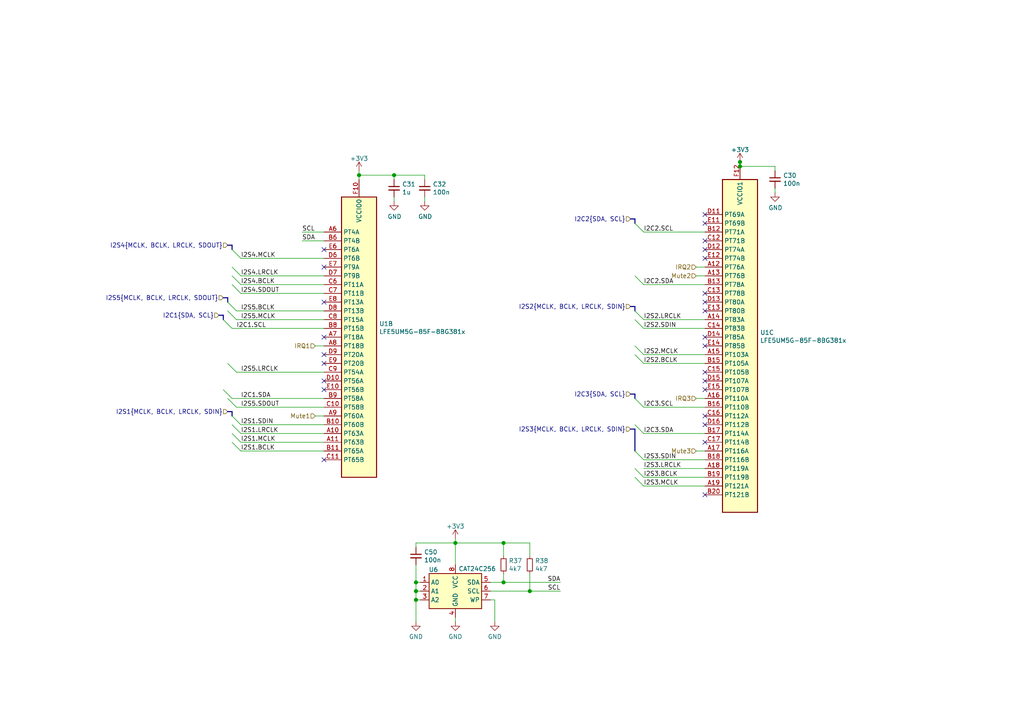
<source format=kicad_sch>
(kicad_sch (version 20210406) (generator eeschema)
  (paper "A4")
  (lib_symbols
    (symbol "Mainboard-rescue:C_Small-Device" (pin_numbers hide) (pin_names (offset 0.254) hide)
      (property "Reference" "C" (at 0.254 1.778 0))
      (property "Value" "C_Small-Device" (at 0.254 -2.032 0))
      (symbol "C_Small-Device_0_1"
        (polyline (pts (xy -1.524 -0.508) (xy 1.524 -0.508)) (stroke (width 0.3302)))
        (polyline (pts (xy -1.524 0.508) (xy 1.524 0.508)) (stroke (width 0.3048)))
      )
      (symbol "C_Small-Device_1_1"
        (pin passive line (at 0 2.54 270) (length 2.032) (name "~") (number "1"))
        (pin passive line (at 0 -2.54 90) (length 2.032) (name "~") (number "2"))
      )
    )
    (symbol "Mainboard-rescue:GND-power" (power) (pin_names (offset 0))
      (property "Value" "GND-power" (at 0 -3.81 0))
      (symbol "GND-power_0_1"
        (polyline (pts (xy 0 0) (xy 0 -1.27) (xy 1.27 -1.27) (xy 0 -2.54) (xy -1.27 -1.27) (xy 0 -1.27)))
      )
      (symbol "GND-power_1_1"
        (pin power_in line (at 0 0 270) (length 0) hide (name "GND") (number "1"))
      )
    )
    (symbol "Mainboard-rescue:LFE5UM5G-85F-8BG381x-FPGA_Lattice"
      (property "Reference" "U" (at 24.13 16.51 0))
      (property "Value" "LFE5UM5G-85F-8BG381x-FPGA_Lattice" (at 24.13 13.97 0))
      (symbol "LFE5UM5G-85F-8BG381x-FPGA_Lattice_1_1"
        (rectangle (start -25.4 10.16) (end 25.4 -10.16) (stroke (width 0.3048)) (fill (type background)))
        (pin passive line (at 0 -15.24 90) (length 5.08) hide (name "GND") (number "B14"))
        (pin passive line (at 0 -15.24 90) (length 5.08) hide (name "GND") (number "B7"))
        (pin power_in line (at 0 -15.24 90) (length 5.08) (name "GND") (number "C19"))
        (pin passive line (at 0 -15.24 90) (length 5.08) hide (name "GND") (number "D4"))
        (pin passive line (at 0 -15.24 90) (length 5.08) hide (name "GND") (number "F13"))
        (pin passive line (at 0 -15.24 90) (length 5.08) hide (name "GND") (number "F14"))
        (pin passive line (at 12.7 15.24 270) (length 5.08) hide (name "VCCAUX") (number "F15"))
        (pin passive line (at 12.7 15.24 270) (length 5.08) hide (name "VCCAUX") (number "F6"))
        (pin passive line (at 0 -15.24 90) (length 5.08) hide (name "GND") (number "F7"))
        (pin passive line (at 0 -15.24 90) (length 5.08) hide (name "GND") (number "F8"))
        (pin passive line (at 0 -15.24 90) (length 5.08) hide (name "GND") (number "G10"))
        (pin passive line (at 0 -15.24 90) (length 5.08) hide (name "GND") (number "G11"))
        (pin passive line (at 0 -15.24 90) (length 5.08) hide (name "GND") (number "G12"))
        (pin passive line (at 0 -15.24 90) (length 5.08) hide (name "GND") (number "G13"))
        (pin passive line (at 0 -15.24 90) (length 5.08) hide (name "GND") (number "G14"))
        (pin passive line (at 0 -15.24 90) (length 5.08) hide (name "GND") (number "G15"))
        (pin passive line (at 0 -15.24 90) (length 5.08) hide (name "GND") (number "G17"))
        (pin passive line (at 0 -15.24 90) (length 5.08) hide (name "GND") (number "G4"))
        (pin passive line (at 0 -15.24 90) (length 5.08) hide (name "GND") (number "G6"))
        (pin passive line (at 0 -15.24 90) (length 5.08) hide (name "GND") (number "G7"))
        (pin passive line (at 0 -15.24 90) (length 5.08) hide (name "GND") (number "G8"))
        (pin passive line (at 0 -15.24 90) (length 5.08) hide (name "GND") (number "G9"))
        (pin passive line (at 0 15.24 270) (length 5.08) hide (name "VCC") (number "H10"))
        (pin passive line (at 0 15.24 270) (length 5.08) hide (name "VCC") (number "H11"))
        (pin passive line (at 0 15.24 270) (length 5.08) hide (name "VCC") (number "H12"))
        (pin power_in line (at 0 15.24 270) (length 5.08) (name "VCC") (number "H13"))
        (pin passive line (at 0 -15.24 90) (length 5.08) hide (name "GND") (number "H19"))
        (pin passive line (at 0 15.24 270) (length 5.08) hide (name "VCC") (number "H8"))
        (pin passive line (at 0 15.24 270) (length 5.08) hide (name "VCC") (number "H9"))
        (pin passive line (at 0 -15.24 90) (length 5.08) hide (name "GND") (number "J10"))
        (pin passive line (at 0 -15.24 90) (length 5.08) hide (name "GND") (number "J11"))
        (pin passive line (at 0 -15.24 90) (length 5.08) hide (name "GND") (number "J12"))
        (pin passive line (at 0 15.24 270) (length 5.08) hide (name "VCC") (number "J13"))
        (pin passive line (at 0 -15.24 90) (length 5.08) hide (name "GND") (number "J14"))
        (pin passive line (at 0 -15.24 90) (length 5.08) hide (name "GND") (number "J2"))
        (pin passive line (at 0 -15.24 90) (length 5.08) hide (name "GND") (number "J7"))
        (pin passive line (at 0 15.24 270) (length 5.08) hide (name "VCC") (number "J8"))
        (pin passive line (at 0 -15.24 90) (length 5.08) hide (name "GND") (number "J9"))
        (pin passive line (at 0 -15.24 90) (length 5.08) hide (name "GND") (number "K10"))
        (pin passive line (at 0 -15.24 90) (length 5.08) hide (name "GND") (number "K11"))
        (pin passive line (at 0 -15.24 90) (length 5.08) hide (name "GND") (number "K12"))
        (pin passive line (at 0 15.24 270) (length 5.08) hide (name "VCC") (number "K13"))
        (pin passive line (at 0 -15.24 90) (length 5.08) hide (name "GND") (number "K14"))
        (pin passive line (at 0 -15.24 90) (length 5.08) hide (name "GND") (number "K15"))
        (pin passive line (at 0 -15.24 90) (length 5.08) hide (name "GND") (number "K6"))
        (pin passive line (at 0 -15.24 90) (length 5.08) hide (name "GND") (number "K7"))
        (pin passive line (at 0 15.24 270) (length 5.08) hide (name "VCC") (number "K8"))
        (pin passive line (at 0 -15.24 90) (length 5.08) hide (name "GND") (number "K9"))
        (pin passive line (at 0 -15.24 90) (length 5.08) hide (name "GND") (number "L10"))
        (pin passive line (at 0 -15.24 90) (length 5.08) hide (name "GND") (number "L11"))
        (pin passive line (at 0 -15.24 90) (length 5.08) hide (name "GND") (number "L12"))
        (pin passive line (at 0 15.24 270) (length 5.08) hide (name "VCC") (number "L13"))
        (pin passive line (at 0 15.24 270) (length 5.08) hide (name "VCC") (number "L8"))
        (pin passive line (at 0 -15.24 90) (length 5.08) hide (name "GND") (number "L9"))
        (pin passive line (at 0 -15.24 90) (length 5.08) hide (name "GND") (number "M10"))
        (pin passive line (at 0 -15.24 90) (length 5.08) hide (name "GND") (number "M11"))
        (pin passive line (at 0 -15.24 90) (length 5.08) hide (name "GND") (number "M12"))
        (pin passive line (at 0 15.24 270) (length 5.08) hide (name "VCC") (number "M13"))
        (pin passive line (at 0 -15.24 90) (length 5.08) hide (name "GND") (number "M14"))
        (pin passive line (at 0 -15.24 90) (length 5.08) hide (name "GND") (number "M16"))
        (pin passive line (at 0 -15.24 90) (length 5.08) hide (name "GND") (number "M2"))
        (pin passive line (at 0 -15.24 90) (length 5.08) hide (name "GND") (number "M7"))
        (pin passive line (at 0 15.24 270) (length 5.08) hide (name "VCC") (number "M8"))
        (pin passive line (at 0 -15.24 90) (length 5.08) hide (name "GND") (number "M9"))
        (pin passive line (at 0 15.24 270) (length 5.08) hide (name "VCC") (number "N10"))
        (pin passive line (at 0 15.24 270) (length 5.08) hide (name "VCC") (number "N11"))
        (pin passive line (at 0 15.24 270) (length 5.08) hide (name "VCC") (number "N12"))
        (pin passive line (at 0 15.24 270) (length 5.08) hide (name "VCC") (number "N13"))
        (pin passive line (at 0 -15.24 90) (length 5.08) hide (name "GND") (number "N14"))
        (pin passive line (at 0 -15.24 90) (length 5.08) hide (name "GND") (number "N15"))
        (pin passive line (at 0 -15.24 90) (length 5.08) hide (name "GND") (number "N6"))
        (pin passive line (at 0 -15.24 90) (length 5.08) hide (name "GND") (number "N7"))
        (pin passive line (at 0 15.24 270) (length 5.08) hide (name "VCC") (number "N8"))
        (pin passive line (at 0 15.24 270) (length 5.08) hide (name "VCC") (number "N9"))
        (pin passive line (at 0 -15.24 90) (length 5.08) hide (name "GND") (number "P11"))
        (pin passive line (at 0 -15.24 90) (length 5.08) hide (name "GND") (number "P12"))
        (pin passive line (at 0 -15.24 90) (length 5.08) hide (name "GND") (number "P13"))
        (pin passive line (at 0 -15.24 90) (length 5.08) hide (name "GND") (number "P14"))
        (pin power_in line (at 12.7 15.24 270) (length 5.08) (name "VCCAUX") (number "P15"))
        (pin passive line (at 12.7 15.24 270) (length 5.08) hide (name "VCCAUX") (number "P6"))
        (pin passive line (at 0 -15.24 90) (length 5.08) hide (name "GND") (number "P7"))
        (pin passive line (at 0 -15.24 90) (length 5.08) hide (name "GND") (number "P8"))
        (pin passive line (at 0 -15.24 90) (length 5.08) hide (name "GND") (number "R19"))
        (pin power_in line (at -15.24 15.24 270) (length 5.08) (name "VCCHTX1_D0CH1") (number "T10"))
        (pin power_in line (at -12.7 15.24 270) (length 5.08) (name "VCCHTX0_D1CH0") (number "T11"))
        (pin power_in line (at -10.16 15.24 270) (length 5.08) (name "VCCHRX0_D1CH0") (number "T12"))
        (pin power_in line (at -7.62 15.24 270) (length 5.08) (name "VCCHRX1_D1CH1") (number "T13"))
        (pin power_in line (at -5.08 15.24 270) (length 5.08) (name "VCCHTX1_D1CH1") (number "T14"))
        (pin power_in line (at 20.32 15.24 270) (length 5.08) (name "VCCA1") (number "T15"))
        (pin power_in line (at 17.78 15.24 270) (length 5.08) (name "VCCA0") (number "T6"))
        (pin power_in line (at -22.86 15.24 270) (length 5.08) (name "VCCHTX0_D0CH0") (number "T7"))
        (pin power_in line (at -20.32 15.24 270) (length 5.08) (name "VCCHRX0_D0CH0") (number "T8"))
        (pin power_in line (at -17.78 15.24 270) (length 5.08) (name "VCCHRX1_D0CH1") (number "T9"))
        (pin passive line (at 0 -15.24 90) (length 5.08) hide (name "GND") (number "U10"))
        (pin passive line (at 0 -15.24 90) (length 5.08) hide (name "GND") (number "U11"))
        (pin passive line (at 0 -15.24 90) (length 5.08) hide (name "GND") (number "U12"))
        (pin passive line (at 0 -15.24 90) (length 5.08) hide (name "GND") (number "U13"))
        (pin passive line (at 0 -15.24 90) (length 5.08) hide (name "GND") (number "U14"))
        (pin passive line (at 20.32 15.24 270) (length 5.08) hide (name "VCCA1") (number "U15"))
        (pin passive line (at 17.78 15.24 270) (length 5.08) hide (name "VCCA0") (number "U6"))
        (pin passive line (at 0 -15.24 90) (length 5.08) hide (name "GND") (number "U7"))
        (pin passive line (at 0 -15.24 90) (length 5.08) hide (name "GND") (number "U8"))
        (pin passive line (at 0 -15.24 90) (length 5.08) hide (name "GND") (number "U9"))
        (pin passive line (at 5.08 15.24 270) (length 5.08) hide (name "VCCAUXA0") (number "V10"))
        (pin power_in line (at 5.08 15.24 270) (length 5.08) (name "VCCAUXA0") (number "V11"))
        (pin passive line (at 0 -15.24 90) (length 5.08) hide (name "GND") (number "V12"))
        (pin passive line (at 0 -15.24 90) (length 5.08) hide (name "GND") (number "V13"))
        (pin passive line (at 0 -15.24 90) (length 5.08) hide (name "GND") (number "V14"))
        (pin passive line (at 0 -15.24 90) (length 5.08) hide (name "GND") (number "V15"))
        (pin passive line (at 0 -15.24 90) (length 5.08) hide (name "GND") (number "V16"))
        (pin passive line (at 7.62 15.24 270) (length 5.08) hide (name "VCCAUXA1") (number "V17"))
        (pin power_in line (at 7.62 15.24 270) (length 5.08) (name "VCCAUXA1") (number "V18"))
        (pin passive line (at 0 -15.24 90) (length 5.08) hide (name "GND") (number "V19"))
        (pin passive line (at 0 -15.24 90) (length 5.08) hide (name "GND") (number "V20"))
        (pin passive line (at 0 -15.24 90) (length 5.08) hide (name "GND") (number "V5"))
        (pin passive line (at 0 -15.24 90) (length 5.08) hide (name "GND") (number "V6"))
        (pin passive line (at 0 -15.24 90) (length 5.08) hide (name "GND") (number "V7"))
        (pin passive line (at 0 -15.24 90) (length 5.08) hide (name "GND") (number "V8"))
        (pin passive line (at 0 -15.24 90) (length 5.08) hide (name "GND") (number "V9"))
        (pin passive line (at 0 -15.24 90) (length 5.08) hide (name "GND") (number "W12"))
        (pin passive line (at 0 -15.24 90) (length 5.08) hide (name "GND") (number "W15"))
        (pin passive line (at 0 -15.24 90) (length 5.08) hide (name "GND") (number "W16"))
        (pin passive line (at 0 -15.24 90) (length 5.08) hide (name "GND") (number "W19"))
        (pin passive line (at 0 -15.24 90) (length 5.08) hide (name "GND") (number "W6"))
        (pin passive line (at 0 -15.24 90) (length 5.08) hide (name "GND") (number "W7"))
      )
      (symbol "LFE5UM5G-85F-8BG381x-FPGA_Lattice_2_1"
        (rectangle (start -5.08 40.64) (end 5.08 -40.64) (stroke (width 0.3048)) (fill (type background)))
        (pin bidirectional line (at -10.16 -27.94 0) (length 5.08) (name "PT63A") (number "A10"))
        (pin bidirectional line (at -10.16 -30.48 0) (length 5.08) (name "PT63B") (number "A11"))
        (pin bidirectional line (at -10.16 30.48 0) (length 5.08) (name "PT4A") (number "A6"))
        (pin bidirectional line (at -10.16 0 0) (length 5.08) (name "PT18A") (number "A7"))
        (pin bidirectional line (at -10.16 -2.54 0) (length 5.08) (name "PT18B") (number "A8"))
        (pin bidirectional line (at -10.16 -22.86 0) (length 5.08) (name "PT60A") (number "A9"))
        (pin bidirectional line (at -10.16 -25.4 0) (length 5.08) (name "PT60B") (number "B10"))
        (pin bidirectional line (at -10.16 -33.02 0) (length 5.08) (name "PT65A") (number "B11"))
        (pin bidirectional line (at -10.16 27.94 0) (length 5.08) (name "PT4B") (number "B6"))
        (pin bidirectional line (at -10.16 2.54 0) (length 5.08) (name "PT15B") (number "B8"))
        (pin bidirectional line (at -10.16 -17.78 0) (length 5.08) (name "PT58A") (number "B9"))
        (pin bidirectional line (at -10.16 -20.32 0) (length 5.08) (name "PT58B") (number "C10"))
        (pin bidirectional line (at -10.16 -35.56 0) (length 5.08) (name "PT65B") (number "C11"))
        (pin bidirectional line (at -10.16 15.24 0) (length 5.08) (name "PT11A") (number "C6"))
        (pin bidirectional line (at -10.16 12.7 0) (length 5.08) (name "PT11B") (number "C7"))
        (pin bidirectional line (at -10.16 5.08 0) (length 5.08) (name "PT15A") (number "C8"))
        (pin bidirectional line (at -10.16 -10.16 0) (length 5.08) (name "PT54A") (number "C9"))
        (pin bidirectional line (at -10.16 -12.7 0) (length 5.08) (name "PT56A") (number "D10"))
        (pin bidirectional line (at -10.16 22.86 0) (length 5.08) (name "PT6B") (number "D6"))
        (pin bidirectional line (at -10.16 17.78 0) (length 5.08) (name "PT9B") (number "D7"))
        (pin bidirectional line (at -10.16 7.62 0) (length 5.08) (name "PT13B") (number "D8"))
        (pin bidirectional line (at -10.16 -5.08 0) (length 5.08) (name "PT20A") (number "D9"))
        (pin bidirectional line (at -10.16 -15.24 0) (length 5.08) (name "PT56B") (number "E10"))
        (pin bidirectional line (at -10.16 25.4 0) (length 5.08) (name "PT6A") (number "E6"))
        (pin bidirectional line (at -10.16 20.32 0) (length 5.08) (name "PT9A") (number "E7"))
        (pin bidirectional line (at -10.16 10.16 0) (length 5.08) (name "PT13A") (number "E8"))
        (pin bidirectional line (at -10.16 -7.62 0) (length 5.08) (name "PT20B") (number "E9"))
        (pin power_in line (at 0 45.72 270) (length 5.08) (name "VCCIO0") (number "F10"))
        (pin passive line (at 0 45.72 270) (length 5.08) hide (name "VCCIO0") (number "F9"))
      )
      (symbol "LFE5UM5G-85F-8BG381x-FPGA_Lattice_3_1"
        (rectangle (start -5.08 48.26) (end 5.08 -48.26) (stroke (width 0.3048)) (fill (type background)))
        (pin bidirectional line (at -10.16 22.86 0) (length 5.08) (name "PT76A") (number "A12"))
        (pin bidirectional line (at -10.16 20.32 0) (length 5.08) (name "PT76B") (number "A13"))
        (pin bidirectional line (at -10.16 7.62 0) (length 5.08) (name "PT83A") (number "A14"))
        (pin bidirectional line (at -10.16 -2.54 0) (length 5.08) (name "PT103A") (number "A15"))
        (pin bidirectional line (at -10.16 -15.24 0) (length 5.08) (name "PT110A") (number "A16"))
        (pin bidirectional line (at -10.16 -30.48 0) (length 5.08) (name "PT116A") (number "A17"))
        (pin bidirectional line (at -10.16 -35.56 0) (length 5.08) (name "PT119A") (number "A18"))
        (pin bidirectional line (at -10.16 -40.64 0) (length 5.08) (name "PT121A") (number "A19"))
        (pin bidirectional line (at -10.16 33.02 0) (length 5.08) (name "PT71A") (number "B12"))
        (pin bidirectional line (at -10.16 17.78 0) (length 5.08) (name "PT78A") (number "B13"))
        (pin bidirectional line (at -10.16 -5.08 0) (length 5.08) (name "PT105A") (number "B15"))
        (pin bidirectional line (at -10.16 -17.78 0) (length 5.08) (name "PT110B") (number "B16"))
        (pin bidirectional line (at -10.16 -25.4 0) (length 5.08) (name "PT114A") (number "B17"))
        (pin bidirectional line (at -10.16 -33.02 0) (length 5.08) (name "PT116B") (number "B18"))
        (pin bidirectional line (at -10.16 -38.1 0) (length 5.08) (name "PT119B") (number "B19"))
        (pin bidirectional line (at -10.16 -43.18 0) (length 5.08) (name "PT121B") (number "B20"))
        (pin bidirectional line (at -10.16 30.48 0) (length 5.08) (name "PT71B") (number "C12"))
        (pin bidirectional line (at -10.16 15.24 0) (length 5.08) (name "PT78B") (number "C13"))
        (pin bidirectional line (at -10.16 5.08 0) (length 5.08) (name "PT83B") (number "C14"))
        (pin bidirectional line (at -10.16 -7.62 0) (length 5.08) (name "PT105B") (number "C15"))
        (pin bidirectional line (at -10.16 -20.32 0) (length 5.08) (name "PT112A") (number "C16"))
        (pin bidirectional line (at -10.16 -27.94 0) (length 5.08) (name "PT114B") (number "C17"))
        (pin bidirectional line (at -10.16 38.1 0) (length 5.08) (name "PT69A") (number "D11"))
        (pin bidirectional line (at -10.16 27.94 0) (length 5.08) (name "PT74A") (number "D12"))
        (pin bidirectional line (at -10.16 12.7 0) (length 5.08) (name "PT80A") (number "D13"))
        (pin bidirectional line (at -10.16 2.54 0) (length 5.08) (name "PT85A") (number "D14"))
        (pin bidirectional line (at -10.16 -10.16 0) (length 5.08) (name "PT107A") (number "D15"))
        (pin bidirectional line (at -10.16 -22.86 0) (length 5.08) (name "PT112B") (number "D16"))
        (pin bidirectional line (at -10.16 35.56 0) (length 5.08) (name "PT69B") (number "E11"))
        (pin bidirectional line (at -10.16 25.4 0) (length 5.08) (name "PT74B") (number "E12"))
        (pin bidirectional line (at -10.16 10.16 0) (length 5.08) (name "PT80B") (number "E13"))
        (pin bidirectional line (at -10.16 0 0) (length 5.08) (name "PT85B") (number "E14"))
        (pin bidirectional line (at -10.16 -12.7 0) (length 5.08) (name "PT107B") (number "E15"))
        (pin passive line (at 0 53.34 270) (length 5.08) hide (name "VCCIO1") (number "F11"))
        (pin power_in line (at 0 53.34 270) (length 5.08) (name "VCCIO1") (number "F12"))
      )
      (symbol "LFE5UM5G-85F-8BG381x-FPGA_Lattice_4_1"
        (rectangle (start -5.08 48.26) (end 5.08 -48.26) (stroke (width 0.3048)) (fill (type background)))
        (pin bidirectional line (at -10.16 38.1 0) (length 5.08) (name "PR11A") (number "C18"))
        (pin bidirectional line (at -10.16 -7.62 0) (length 5.08) (name "PR35A") (number "C20"))
        (pin bidirectional line (at -10.16 35.56 0) (length 5.08) (name "PR11B") (number "D17"))
        (pin bidirectional line (at -10.16 27.94 0) (length 5.08) (name "PR14A") (number "D18"))
        (pin bidirectional line (at -10.16 -10.16 0) (length 5.08) (name "PR35B") (number "D19"))
        (pin bidirectional line (at -10.16 -12.7 0) (length 5.08) (name "PR35C") (number "D20"))
        (pin bidirectional line (at -10.16 33.02 0) (length 5.08) (name "PR11C") (number "E16"))
        (pin bidirectional line (at -10.16 25.4 0) (length 5.08) (name "PR14B") (number "E17"))
        (pin bidirectional line (at -10.16 22.86 0) (length 5.08) (name "PR14C") (number "E18"))
        (pin bidirectional line (at -10.16 -15.24 0) (length 5.08) (name "PR35D") (number "E19"))
        (pin bidirectional line (at -10.16 -17.78 0) (length 5.08) (name "PR38A") (number "E20"))
        (pin bidirectional line (at -10.16 30.48 0) (length 5.08) (name "PR11D") (number "F16"))
        (pin bidirectional line (at -10.16 17.78 0) (length 5.08) (name "PR17A") (number "F17"))
        (pin bidirectional line (at -10.16 20.32 0) (length 5.08) (name "PR14D") (number "F18"))
        (pin bidirectional line (at -10.16 -20.32 0) (length 5.08) (name "PR38B") (number "F19"))
        (pin bidirectional line (at -10.16 -22.86 0) (length 5.08) (name "PR38C") (number "F20"))
        (pin bidirectional line (at -10.16 12.7 0) (length 5.08) (name "PR17C") (number "G16"))
        (pin bidirectional line (at -10.16 15.24 0) (length 5.08) (name "PR17B") (number "G18"))
        (pin bidirectional line (at -10.16 -27.94 0) (length 5.08) (name "PR41A") (number "G19"))
        (pin bidirectional line (at -10.16 -25.4 0) (length 5.08) (name "PR38D") (number "G20"))
        (pin passive line (at 0 53.34 270) (length 5.08) hide (name "VCCIO2") (number "H14"))
        (pin power_in line (at 0 53.34 270) (length 5.08) (name "VCCIO2") (number "H15"))
        (pin bidirectional line (at -10.16 10.16 0) (length 5.08) (name "PR17D") (number "H16"))
        (pin bidirectional line (at -10.16 5.08 0) (length 5.08) (name "PR20B") (number "H17"))
        (pin bidirectional line (at -10.16 7.62 0) (length 5.08) (name "PR20A") (number "H18"))
        (pin bidirectional line (at -10.16 -30.48 0) (length 5.08) (name "PR41B") (number "H20"))
        (pin passive line (at 0 53.34 270) (length 5.08) hide (name "VCCIO2") (number "J15"))
        (pin bidirectional line (at -10.16 0 0) (length 5.08) (name "PR20D") (number "J16"))
        (pin bidirectional line (at -10.16 2.54 0) (length 5.08) (name "PR20C") (number "J17"))
        (pin bidirectional line (at -10.16 -33.02 0) (length 5.08) (name "PR41C") (number "J18"))
        (pin bidirectional line (at -10.16 -38.1 0) (length 5.08) (name "PR44A") (number "J19"))
        (pin bidirectional line (at -10.16 -43.18 0) (length 5.08) (name "PR44C") (number "J20"))
        (pin bidirectional line (at -10.16 -2.54 0) (length 5.08) (name "PR29A") (number "K16"))
        (pin bidirectional line (at -10.16 -5.08 0) (length 5.08) (name "PR29B") (number "K17"))
        (pin bidirectional line (at -10.16 -35.56 0) (length 5.08) (name "PR41D") (number "K18"))
        (pin bidirectional line (at -10.16 -40.64 0) (length 5.08) (name "PR44B") (number "K19"))
        (pin bidirectional line (at -10.16 -45.72 0) (length 5.08) (name "PR44D") (number "K20"))
      )
      (symbol "LFE5UM5G-85F-8BG381x-FPGA_Lattice_5_1"
        (rectangle (start -5.08 48.26) (end 5.08 -48.26) (stroke (width 0.3048)) (fill (type background)))
        (pin passive line (at 0 53.34 270) (length 5.08) hide (name "VCCIO3") (number "L14"))
        (pin power_in line (at 0 53.34 270) (length 5.08) (name "VCCIO3") (number "L15"))
        (pin bidirectional line (at -10.16 27.94 0) (length 5.08) (name "PR50A") (number "L16"))
        (pin bidirectional line (at -10.16 25.4 0) (length 5.08) (name "PR50B") (number "L17"))
        (pin bidirectional line (at -10.16 22.86 0) (length 5.08) (name "PR50C") (number "L18"))
        (pin bidirectional line (at -10.16 33.02 0) (length 5.08) (name "PR47C") (number "L19"))
        (pin bidirectional line (at -10.16 38.1 0) (length 5.08) (name "PR47A") (number "L20"))
        (pin passive line (at 0 53.34 270) (length 5.08) hide (name "VCCIO3") (number "M15"))
        (pin bidirectional line (at -10.16 15.24 0) (length 5.08) (name "PR53B") (number "M17"))
        (pin bidirectional line (at -10.16 20.32 0) (length 5.08) (name "PR50D") (number "M18"))
        (pin bidirectional line (at -10.16 30.48 0) (length 5.08) (name "PR47D") (number "M19"))
        (pin bidirectional line (at -10.16 35.56 0) (length 5.08) (name "PR47B") (number "M20"))
        (pin bidirectional line (at -10.16 17.78 0) (length 5.08) (name "PR53A") (number "N16"))
        (pin bidirectional line (at -10.16 7.62 0) (length 5.08) (name "PR56A") (number "N17"))
        (pin bidirectional line (at -10.16 12.7 0) (length 5.08) (name "PR53C") (number "N18"))
        (pin bidirectional line (at -10.16 -5.08 0) (length 5.08) (name "PR83A") (number "N19"))
        (pin bidirectional line (at -10.16 -7.62 0) (length 5.08) (name "PR83B") (number "N20"))
        (pin bidirectional line (at -10.16 5.08 0) (length 5.08) (name "PR56B") (number "P16"))
        (pin bidirectional line (at -10.16 10.16 0) (length 5.08) (name "PR53D") (number "P17"))
        (pin bidirectional line (at -10.16 -12.7 0) (length 5.08) (name "PR83D") (number "P18"))
        (pin bidirectional line (at -10.16 -10.16 0) (length 5.08) (name "PR83C") (number "P19"))
        (pin bidirectional line (at -10.16 -15.24 0) (length 5.08) (name "PR86A") (number "P20"))
        (pin bidirectional line (at -10.16 2.54 0) (length 5.08) (name "PR56C") (number "R16"))
        (pin bidirectional line (at -10.16 0 0) (length 5.08) (name "PR56D") (number "R17"))
        (pin bidirectional line (at -10.16 -27.94 0) (length 5.08) (name "PR89B") (number "R18"))
        (pin bidirectional line (at -10.16 -17.78 0) (length 5.08) (name "PR86B") (number "R20"))
        (pin bidirectional line (at -10.16 -2.54 0) (length 5.08) (name "PR77A") (number "T16"))
        (pin bidirectional line (at -10.16 -43.18 0) (length 5.08) (name "PR92D") (number "T17"))
        (pin bidirectional line (at -10.16 -33.02 0) (length 5.08) (name "PR89D") (number "T18"))
        (pin bidirectional line (at -10.16 -25.4 0) (length 5.08) (name "PR89A") (number "T19"))
        (pin bidirectional line (at -10.16 -20.32 0) (length 5.08) (name "PR86C") (number "T20"))
        (pin bidirectional line (at -10.16 -40.64 0) (length 5.08) (name "PR92C") (number "U16"))
        (pin bidirectional line (at -10.16 -38.1 0) (length 5.08) (name "PR92B") (number "U17"))
        (pin bidirectional line (at -10.16 -35.56 0) (length 5.08) (name "PR92A") (number "U18"))
        (pin bidirectional line (at -10.16 -30.48 0) (length 5.08) (name "PR89C") (number "U19"))
        (pin bidirectional line (at -10.16 -22.86 0) (length 5.08) (name "PR86D") (number "U20"))
      )
      (symbol "LFE5UM5G-85F-8BG381x-FPGA_Lattice_6_1"
        (rectangle (start -5.08 48.26) (end 5.08 -48.26) (stroke (width 0.3048)) (fill (type background)))
        (pin bidirectional line (at -10.16 35.56 0) (length 5.08) (name "PL47B") (number "F1"))
        (pin bidirectional line (at -10.16 30.48 0) (length 5.08) (name "PL47D") (number "G1"))
        (pin bidirectional line (at -10.16 38.1 0) (length 5.08) (name "PL47A") (number "G2"))
        (pin bidirectional line (at -10.16 12.7 0) (length 5.08) (name "PL53C") (number "H1"))
        (pin bidirectional line (at -10.16 33.02 0) (length 5.08) (name "PL47C") (number "H2"))
        (pin bidirectional line (at -10.16 15.24 0) (length 5.08) (name "PL53B") (number "J1"))
        (pin bidirectional line (at -10.16 22.86 0) (length 5.08) (name "PL50C") (number "J3"))
        (pin bidirectional line (at -10.16 27.94 0) (length 5.08) (name "PL50A") (number "J4"))
        (pin bidirectional line (at -10.16 25.4 0) (length 5.08) (name "PL50B") (number "J5"))
        (pin bidirectional line (at -10.16 10.16 0) (length 5.08) (name "PL53D") (number "K1"))
        (pin bidirectional line (at -10.16 17.78 0) (length 5.08) (name "PL53A") (number "K2"))
        (pin bidirectional line (at -10.16 20.32 0) (length 5.08) (name "PL50D") (number "K3"))
        (pin bidirectional line (at -10.16 7.62 0) (length 5.08) (name "PL56A") (number "K4"))
        (pin bidirectional line (at -10.16 5.08 0) (length 5.08) (name "PL56B") (number "K5"))
        (pin bidirectional line (at -10.16 -30.48 0) (length 5.08) (name "PL89C") (number "L1"))
        (pin bidirectional line (at -10.16 -22.86 0) (length 5.08) (name "PL86D") (number "L2"))
        (pin bidirectional line (at -10.16 -20.32 0) (length 5.08) (name "PL86C") (number "L3"))
        (pin bidirectional line (at -10.16 2.54 0) (length 5.08) (name "PL56C") (number "L4"))
        (pin bidirectional line (at -10.16 0 0) (length 5.08) (name "PL56D") (number "L5"))
        (pin passive line (at 0 53.34 270) (length 5.08) hide (name "VCCIO6") (number "L6"))
        (pin power_in line (at 0 53.34 270) (length 5.08) (name "VCCIO6") (number "L7"))
        (pin bidirectional line (at -10.16 -27.94 0) (length 5.08) (name "PL89B") (number "M1"))
        (pin bidirectional line (at -10.16 -17.78 0) (length 5.08) (name "PL86B") (number "M3"))
        (pin bidirectional line (at -10.16 -5.08 0) (length 5.08) (name "PL83A") (number "M4"))
        (pin bidirectional line (at -10.16 -2.54 0) (length 5.08) (name "PL77A") (number "M5"))
        (pin passive line (at 0 53.34 270) (length 5.08) hide (name "VCCIO6") (number "M6"))
        (pin bidirectional line (at -10.16 -33.02 0) (length 5.08) (name "PL89D") (number "N1"))
        (pin bidirectional line (at -10.16 -25.4 0) (length 5.08) (name "PL89A") (number "N2"))
        (pin bidirectional line (at -10.16 -15.24 0) (length 5.08) (name "PL86A") (number "N3"))
        (pin bidirectional line (at -10.16 -10.16 0) (length 5.08) (name "PL83C") (number "N4"))
        (pin bidirectional line (at -10.16 -7.62 0) (length 5.08) (name "PL83B") (number "N5"))
        (pin bidirectional line (at -10.16 -35.56 0) (length 5.08) (name "PL92A") (number "P1"))
        (pin bidirectional line (at -10.16 -38.1 0) (length 5.08) (name "PL92B") (number "P2"))
        (pin bidirectional line (at -10.16 -40.64 0) (length 5.08) (name "PL92C") (number "P3"))
        (pin bidirectional line (at -10.16 -43.18 0) (length 5.08) (name "PL92D") (number "P4"))
        (pin bidirectional line (at -10.16 -12.7 0) (length 5.08) (name "PL83D") (number "P5"))
      )
      (symbol "LFE5UM5G-85F-8BG381x-FPGA_Lattice_7_1"
        (rectangle (start -5.08 45.72) (end 5.08 -45.72) (stroke (width 0.3048)) (fill (type background)))
        (pin bidirectional line (at -10.16 -5.08 0) (length 5.08) (name "PL35A") (number "A2"))
        (pin bidirectional line (at -10.16 20.32 0) (length 5.08) (name "PL14C") (number "A3"))
        (pin bidirectional line (at -10.16 35.56 0) (length 5.08) (name "PL11A") (number "A4"))
        (pin bidirectional line (at -10.16 33.02 0) (length 5.08) (name "PL11B") (number "A5"))
        (pin bidirectional line (at -10.16 -7.62 0) (length 5.08) (name "PL35B") (number "B1"))
        (pin bidirectional line (at -10.16 -10.16 0) (length 5.08) (name "PL35C") (number "B2"))
        (pin bidirectional line (at -10.16 17.78 0) (length 5.08) (name "PL14D") (number "B3"))
        (pin bidirectional line (at -10.16 22.86 0) (length 5.08) (name "PL14B") (number "B4"))
        (pin bidirectional line (at -10.16 30.48 0) (length 5.08) (name "PL11C") (number "B5"))
        (pin bidirectional line (at -10.16 -15.24 0) (length 5.08) (name "PL38A") (number "C1"))
        (pin bidirectional line (at -10.16 -12.7 0) (length 5.08) (name "PL35D") (number "C2"))
        (pin bidirectional line (at -10.16 10.16 0) (length 5.08) (name "PL17C") (number "C3"))
        (pin bidirectional line (at -10.16 25.4 0) (length 5.08) (name "PL14A") (number "C4"))
        (pin bidirectional line (at -10.16 27.94 0) (length 5.08) (name "PL11D") (number "C5"))
        (pin bidirectional line (at -10.16 -17.78 0) (length 5.08) (name "PL38B") (number "D1"))
        (pin bidirectional line (at -10.16 -20.32 0) (length 5.08) (name "PL38C") (number "D2"))
        (pin bidirectional line (at -10.16 7.62 0) (length 5.08) (name "PL17D") (number "D3"))
        (pin bidirectional line (at -10.16 12.7 0) (length 5.08) (name "PL17B") (number "D5"))
        (pin bidirectional line (at -10.16 -22.86 0) (length 5.08) (name "PL38D") (number "E1"))
        (pin bidirectional line (at -10.16 -43.18 0) (length 5.08) (name "PL44D") (number "E2"))
        (pin bidirectional line (at -10.16 2.54 0) (length 5.08) (name "PL20B") (number "E3"))
        (pin bidirectional line (at -10.16 15.24 0) (length 5.08) (name "PL17A") (number "E4"))
        (pin bidirectional line (at -10.16 0 0) (length 5.08) (name "PL20C") (number "E5"))
        (pin bidirectional line (at -10.16 -40.64 0) (length 5.08) (name "PL44C") (number "F2"))
        (pin bidirectional line (at -10.16 -38.1 0) (length 5.08) (name "PL44B") (number "F3"))
        (pin bidirectional line (at -10.16 5.08 0) (length 5.08) (name "PL20A") (number "F4"))
        (pin bidirectional line (at -10.16 -2.54 0) (length 5.08) (name "PL20D") (number "F5"))
        (pin bidirectional line (at -10.16 -35.56 0) (length 5.08) (name "PL44A") (number "G3"))
        (pin bidirectional line (at -10.16 -27.94 0) (length 5.08) (name "PL41B") (number "G5"))
        (pin bidirectional line (at -10.16 -33.02 0) (length 5.08) (name "PL41D") (number "H3"))
        (pin bidirectional line (at -10.16 -25.4 0) (length 5.08) (name "PL41A") (number "H4"))
        (pin bidirectional line (at -10.16 -30.48 0) (length 5.08) (name "PL41C") (number "H5"))
        (pin passive line (at 0 50.8 270) (length 5.08) hide (name "VCCIO7") (number "H6"))
        (pin power_in line (at 0 50.8 270) (length 5.08) (name "VCCIO7") (number "H7"))
        (pin passive line (at 0 50.8 270) (length 5.08) hide (name "VCCIO7") (number "J6"))
      )
      (symbol "LFE5UM5G-85F-8BG381x-FPGA_Lattice_8_1"
        (rectangle (start -5.08 22.86) (end 5.08 -22.86) (stroke (width 0.3048)) (fill (type background)))
        (pin power_in line (at 0 27.94 270) (length 5.08) (name "VCCIO8") (number "P10"))
        (pin passive line (at 0 27.94 270) (length 5.08) hide (name "VCCIO8") (number "P9"))
        (pin bidirectional line (at -10.16 12.7 0) (length 5.08) (name "PB4A") (number "R1"))
        (pin bidirectional line (at -10.16 -12.7 0) (length 5.08) (name "PB15A") (number "R2"))
        (pin bidirectional line (at -10.16 -15.24 0) (length 5.08) (name "PB15B") (number "R3"))
        (pin bidirectional line (at -10.16 10.16 0) (length 5.08) (name "PB4B") (number "T1"))
        (pin bidirectional line (at -10.16 -7.62 0) (length 5.08) (name "PB13A") (number "T2"))
        (pin bidirectional line (at -10.16 -17.78 0) (length 5.08) (name "PB18A") (number "T3"))
        (pin bidirectional line (at -10.16 7.62 0) (length 5.08) (name "PB6A") (number "U1"))
        (pin bidirectional line (at -10.16 -10.16 0) (length 5.08) (name "PB13B") (number "U2"))
        (pin bidirectional line (at -10.16 5.08 0) (length 5.08) (name "PB6B") (number "V1"))
        (pin bidirectional line (at -10.16 -2.54 0) (length 5.08) (name "PB11A") (number "V2"))
        (pin bidirectional line (at -10.16 2.54 0) (length 5.08) (name "PB9A") (number "W1"))
        (pin bidirectional line (at -10.16 -5.08 0) (length 5.08) (name "PB11B") (number "W2"))
        (pin bidirectional line (at -10.16 0 0) (length 5.08) (name "PB9B") (number "Y2"))
      )
      (symbol "LFE5UM5G-85F-8BG381x-FPGA_Lattice_9_1"
        (rectangle (start -10.16 12.7) (end 10.16 -12.7) (stroke (width 0.3048)) (fill (type background)))
        (pin input line (at -15.24 -10.16 0) (length 5.08) (name "CFG_2") (number "R4"))
        (pin input line (at 15.24 5.08 180) (length 5.08) (name "TDI") (number "R5"))
        (pin input line (at -15.24 -7.62 0) (length 5.08) (name "CFG_1") (number "T4"))
        (pin input line (at 15.24 7.62 180) (length 5.08) (name "TCK") (number "T5"))
        (pin bidirectional line (at -15.24 10.16 0) (length 5.08) (name "CCLK") (number "U3"))
        (pin input line (at -15.24 -5.08 0) (length 5.08) (name "CFG_0") (number "U4"))
        (pin input line (at 15.24 2.54 180) (length 5.08) (name "TMS") (number "U5"))
        (pin open_collector line (at -15.24 2.54 0) (length 5.08) (name "~INIT") (number "V3"))
        (pin output line (at 15.24 10.16 180) (length 5.08) (name "TDO") (number "V4"))
        (pin no_connect line (at 10.16 -2.54 180) (length 5.08) hide (name "RESERVED") (number "W10"))
        (pin no_connect line (at 10.16 -5.08 180) (length 5.08) hide (name "RESERVED") (number "W11"))
        (pin input line (at -15.24 5.08 0) (length 5.08) (name "~PROGRAM") (number "W3"))
        (pin open_collector line (at -15.24 0 0) (length 5.08) (name "DONE") (number "Y3"))
      )
      (symbol "LFE5UM5G-85F-8BG381x-FPGA_Lattice_10_1"
        (rectangle (start -10.16 17.78) (end 10.16 -17.78) (stroke (width 0.3048)) (fill (type background)))
        (pin output line (at -15.24 15.24 0) (length 5.08) (name "HDTXP0_D0CH0") (number "W4"))
        (pin output line (at -15.24 12.7 0) (length 5.08) (name "HDTXN0_D0CH0") (number "W5"))
        (pin output line (at -15.24 2.54 0) (length 5.08) (name "HDTXP0_D0CH1") (number "W8"))
        (pin output line (at -15.24 0 0) (length 5.08) (name "HDTXN0_D0CH1") (number "W9"))
        (pin input line (at -15.24 -10.16 0) (length 5.08) (name "REFCLKP_D0") (number "Y11"))
        (pin input line (at -15.24 -12.7 0) (length 5.08) (name "REFCLKN_D0") (number "Y12"))
        (pin input line (at -15.24 10.16 0) (length 5.08) (name "HDRXP0_D0CH0") (number "Y5"))
        (pin input line (at -15.24 7.62 0) (length 5.08) (name "HDRXN0_D0CH0") (number "Y6"))
        (pin input line (at -15.24 -2.54 0) (length 5.08) (name "HDRXP0_D0CH1") (number "Y7"))
        (pin input line (at -15.24 -5.08 0) (length 5.08) (name "HDRXN0_D0CH1") (number "Y8"))
      )
      (symbol "LFE5UM5G-85F-8BG381x-FPGA_Lattice_11_1"
        (rectangle (start -10.16 17.78) (end 10.16 -17.78) (stroke (width 0.3048)) (fill (type background)))
        (pin output line (at -15.24 15.24 0) (length 5.08) (name "HDTXP0_D1CH0") (number "W13"))
        (pin output line (at -15.24 12.7 0) (length 5.08) (name "HDTXN0_D1CH0") (number "W14"))
        (pin output line (at -15.24 2.54 0) (length 5.08) (name "HDTXP0_D1CH1") (number "W17"))
        (pin output line (at -15.24 0 0) (length 5.08) (name "HDTXN0_D1CH1") (number "W18"))
        (pin input line (at -15.24 -12.7 0) (length 5.08) (name "REFCLKN_D1") (number "W20"))
        (pin input line (at -15.24 10.16 0) (length 5.08) (name "HDRXP0_D1CH0") (number "Y14"))
        (pin input line (at -15.24 7.62 0) (length 5.08) (name "HDRXN0_D1CH0") (number "Y15"))
        (pin input line (at -15.24 -2.54 0) (length 5.08) (name "HDRXP0_D1CH1") (number "Y16"))
        (pin input line (at -15.24 -5.08 0) (length 5.08) (name "HDRXN0_D1CH1") (number "Y17"))
        (pin input line (at -15.24 -10.16 0) (length 5.08) (name "REFCLKP_D1") (number "Y19"))
      )
    )
    (symbol "Mainboard-rescue:R_Small-Device" (pin_numbers hide) (pin_names (offset 0.254) hide)
      (property "Reference" "R" (at 0.762 0.508 0))
      (property "Value" "R_Small-Device" (at 0.762 -1.016 0))
      (symbol "R_Small-Device_0_1"
        (rectangle (start -0.762 1.778) (end 0.762 -1.778) (stroke (width 0.2032)))
      )
      (symbol "R_Small-Device_1_1"
        (pin passive line (at 0 2.54 270) (length 0.762) (name "~") (number "1"))
        (pin passive line (at 0 -2.54 90) (length 0.762) (name "~") (number "2"))
      )
    )
    (symbol "Memory_EEPROM:CAT24C256"
      (property "Reference" "U" (at -6.35 6.35 0))
      (property "Value" "CAT24C256" (at 1.27 6.35 0))
      (symbol "CAT24C256_1_1"
        (rectangle (start -7.62 5.08) (end 7.62 -5.08) (stroke (width 0.254)) (fill (type background)))
        (pin input line (at -10.16 2.54 0) (length 2.54) (name "A0") (number "1"))
        (pin input line (at -10.16 0 0) (length 2.54) (name "A1") (number "2"))
        (pin input line (at -10.16 -2.54 0) (length 2.54) (name "A2") (number "3"))
        (pin power_in line (at 0 -7.62 90) (length 2.54) (name "GND") (number "4"))
        (pin bidirectional line (at 10.16 2.54 180) (length 2.54) (name "SDA") (number "5"))
        (pin input line (at 10.16 0 180) (length 2.54) (name "SCL") (number "6"))
        (pin input line (at 10.16 -2.54 180) (length 2.54) (name "WP") (number "7"))
        (pin power_in line (at 0 7.62 270) (length 2.54) (name "VCC") (number "8"))
      )
    )
    (symbol "power:+3V3" (power) (pin_names (offset 0))
      (property "Value" "+3V3" (at 0 3.556 0))
      (symbol "+3V3_0_1"
        (polyline (pts (xy -0.762 1.27) (xy 0 2.54)))
        (polyline (pts (xy 0 0) (xy 0 2.54)))
        (polyline (pts (xy 0 2.54) (xy 0.762 1.27)))
      )
      (symbol "+3V3_1_1"
        (pin power_in line (at 0 0 90) (length 0) hide (name "+3V3") (number "1"))
      )
    )
    (symbol "power:GND" (power) (pin_names (offset 0))
      (property "Value" "GND" (at 0 -3.81 0))
      (symbol "GND_0_1"
        (polyline (pts (xy 0 0) (xy 0 -1.27) (xy 1.27 -1.27) (xy 0 -2.54) (xy -1.27 -1.27) (xy 0 -1.27)))
      )
      (symbol "GND_1_1"
        (pin power_in line (at 0 0 270) (length 0) hide (name "GND") (number "1"))
      )
    )
  )
  (junction (at 104.14 50.8) (diameter 1.016))
  (junction (at 114.3 50.8) (diameter 1.016))
  (junction (at 120.65 168.91) (diameter 1.016))
  (junction (at 120.65 171.45) (diameter 1.016))
  (junction (at 120.65 173.99) (diameter 1.016))
  (junction (at 132.08 157.48) (diameter 1.016))
  (junction (at 146.05 157.48) (diameter 1.016))
  (junction (at 146.05 168.91) (diameter 1.016))
  (junction (at 153.67 171.45) (diameter 1.016))
  (junction (at 214.63 46.99) (diameter 1.016))
  (junction (at 214.63 48.26) (diameter 1.016))
  (no_connect (at 93.98 72.39))
  (no_connect (at 93.98 77.47))
  (no_connect (at 93.98 87.63))
  (no_connect (at 93.98 97.79))
  (no_connect (at 93.98 102.87))
  (no_connect (at 93.98 105.41))
  (no_connect (at 93.98 110.49))
  (no_connect (at 93.98 113.03))
  (no_connect (at 93.98 133.35))
  (no_connect (at 204.47 62.23))
  (no_connect (at 204.47 64.77))
  (no_connect (at 204.47 69.85))
  (no_connect (at 204.47 72.39))
  (no_connect (at 204.47 74.93))
  (no_connect (at 204.47 85.09))
  (no_connect (at 204.47 87.63))
  (no_connect (at 204.47 90.17))
  (no_connect (at 204.47 97.79))
  (no_connect (at 204.47 100.33))
  (no_connect (at 204.47 107.95))
  (no_connect (at 204.47 110.49))
  (no_connect (at 204.47 113.03))
  (no_connect (at 204.47 120.65))
  (no_connect (at 204.47 123.19))
  (no_connect (at 204.47 128.27))
  (no_connect (at 204.47 143.51))
  (bus_entry (at 64.77 113.03) (size 2.54 2.54) (stroke (width 0.1524)))
  (bus_entry (at 66.04 87.63) (size 2.54 2.54) (stroke (width 0.1524)))
  (bus_entry (at 66.04 90.17) (size 2.54 2.54) (stroke (width 0.1524)))
  (bus_entry (at 66.04 105.41) (size 2.54 2.54) (stroke (width 0.1524)))
  (bus_entry (at 66.04 115.57) (size 2.54 2.54) (stroke (width 0.1524)))
  (bus_entry (at 67.31 72.39) (size 2.54 2.54) (stroke (width 0.1524)))
  (bus_entry (at 67.31 77.47) (size 2.54 2.54) (stroke (width 0.1524)))
  (bus_entry (at 67.31 80.01) (size 2.54 2.54) (stroke (width 0.1524)))
  (bus_entry (at 67.31 82.55) (size 2.54 2.54) (stroke (width 0.1524)))
  (bus_entry (at 67.31 95.25) (size -2.54 -2.54) (stroke (width 0.1524)))
  (bus_entry (at 67.31 120.65) (size 2.54 2.54) (stroke (width 0.1524)))
  (bus_entry (at 67.31 123.19) (size 2.54 2.54) (stroke (width 0.1524)))
  (bus_entry (at 67.31 125.73) (size 2.54 2.54) (stroke (width 0.1524)))
  (bus_entry (at 67.31 128.27) (size 2.54 2.54) (stroke (width 0.1524)))
  (bus_entry (at 184.15 64.77) (size 2.54 2.54) (stroke (width 0.1524)))
  (bus_entry (at 184.15 80.01) (size 2.54 2.54) (stroke (width 0.1524)))
  (bus_entry (at 184.15 90.17) (size 2.54 2.54) (stroke (width 0.1524)))
  (bus_entry (at 184.15 92.71) (size 2.54 2.54) (stroke (width 0.1524)))
  (bus_entry (at 184.15 100.33) (size 2.54 2.54) (stroke (width 0.1524)))
  (bus_entry (at 184.15 102.87) (size 2.54 2.54) (stroke (width 0.1524)))
  (bus_entry (at 184.15 115.57) (size 2.54 2.54) (stroke (width 0.1524)))
  (bus_entry (at 184.15 123.19) (size 2.54 2.54) (stroke (width 0.1524)))
  (bus_entry (at 184.15 130.81) (size 2.54 2.54) (stroke (width 0.1524)))
  (bus_entry (at 184.15 135.89) (size 2.54 2.54) (stroke (width 0.1524)))
  (bus_entry (at 184.15 138.43) (size 2.54 2.54) (stroke (width 0.1524)))
  (wire (pts (xy 67.31 95.25) (xy 93.98 95.25)))
  (wire (pts (xy 67.31 115.57) (xy 93.98 115.57)))
  (wire (pts (xy 68.58 90.17) (xy 93.98 90.17)))
  (wire (pts (xy 68.58 92.71) (xy 93.98 92.71)))
  (wire (pts (xy 68.58 107.95) (xy 93.98 107.95)))
  (wire (pts (xy 68.58 118.11) (xy 93.98 118.11)))
  (wire (pts (xy 69.85 74.93) (xy 93.98 74.93)))
  (wire (pts (xy 69.85 80.01) (xy 93.98 80.01)))
  (wire (pts (xy 69.85 82.55) (xy 93.98 82.55)))
  (wire (pts (xy 69.85 85.09) (xy 93.98 85.09)))
  (wire (pts (xy 69.85 123.19) (xy 93.98 123.19)))
  (wire (pts (xy 69.85 125.73) (xy 93.98 125.73)))
  (wire (pts (xy 69.85 128.27) (xy 93.98 128.27)))
  (wire (pts (xy 69.85 130.81) (xy 93.98 130.81)))
  (wire (pts (xy 87.63 67.31) (xy 93.98 67.31)))
  (wire (pts (xy 87.63 69.85) (xy 93.98 69.85)))
  (wire (pts (xy 91.44 100.33) (xy 93.98 100.33)))
  (wire (pts (xy 91.44 120.65) (xy 93.98 120.65)))
  (wire (pts (xy 104.14 49.53) (xy 104.14 50.8)))
  (wire (pts (xy 104.14 50.8) (xy 104.14 52.07)))
  (wire (pts (xy 104.14 50.8) (xy 114.3 50.8)))
  (wire (pts (xy 114.3 50.8) (xy 114.3 52.07)))
  (wire (pts (xy 114.3 50.8) (xy 123.19 50.8)))
  (wire (pts (xy 114.3 57.15) (xy 114.3 58.42)))
  (wire (pts (xy 120.65 157.48) (xy 132.08 157.48)))
  (wire (pts (xy 120.65 158.75) (xy 120.65 157.48)))
  (wire (pts (xy 120.65 163.83) (xy 120.65 168.91)))
  (wire (pts (xy 120.65 168.91) (xy 120.65 171.45)))
  (wire (pts (xy 120.65 171.45) (xy 120.65 173.99)))
  (wire (pts (xy 120.65 173.99) (xy 120.65 180.34)))
  (wire (pts (xy 121.92 168.91) (xy 120.65 168.91)))
  (wire (pts (xy 121.92 171.45) (xy 120.65 171.45)))
  (wire (pts (xy 121.92 173.99) (xy 120.65 173.99)))
  (wire (pts (xy 123.19 50.8) (xy 123.19 52.07)))
  (wire (pts (xy 123.19 58.42) (xy 123.19 57.15)))
  (wire (pts (xy 132.08 156.21) (xy 132.08 157.48)))
  (wire (pts (xy 132.08 157.48) (xy 132.08 163.83)))
  (wire (pts (xy 132.08 157.48) (xy 146.05 157.48)))
  (wire (pts (xy 132.08 179.07) (xy 132.08 180.34)))
  (wire (pts (xy 142.24 168.91) (xy 146.05 168.91)))
  (wire (pts (xy 142.24 171.45) (xy 153.67 171.45)))
  (wire (pts (xy 142.24 173.99) (xy 143.51 173.99)))
  (wire (pts (xy 143.51 173.99) (xy 143.51 180.34)))
  (wire (pts (xy 146.05 157.48) (xy 146.05 161.29)))
  (wire (pts (xy 146.05 157.48) (xy 153.67 157.48)))
  (wire (pts (xy 146.05 168.91) (xy 146.05 166.37)))
  (wire (pts (xy 146.05 168.91) (xy 162.56 168.91)))
  (wire (pts (xy 153.67 157.48) (xy 153.67 161.29)))
  (wire (pts (xy 153.67 171.45) (xy 153.67 166.37)))
  (wire (pts (xy 153.67 171.45) (xy 162.56 171.45)))
  (wire (pts (xy 186.69 67.31) (xy 204.47 67.31)))
  (wire (pts (xy 186.69 82.55) (xy 204.47 82.55)))
  (wire (pts (xy 186.69 92.71) (xy 204.47 92.71)))
  (wire (pts (xy 186.69 95.25) (xy 204.47 95.25)))
  (wire (pts (xy 186.69 102.87) (xy 204.47 102.87)))
  (wire (pts (xy 186.69 105.41) (xy 204.47 105.41)))
  (wire (pts (xy 186.69 118.11) (xy 204.47 118.11)))
  (wire (pts (xy 186.69 125.73) (xy 204.47 125.73)))
  (wire (pts (xy 186.69 133.35) (xy 204.47 133.35)))
  (wire (pts (xy 186.69 135.89) (xy 204.47 135.89)))
  (wire (pts (xy 186.69 138.43) (xy 204.47 138.43)))
  (wire (pts (xy 186.69 140.97) (xy 204.47 140.97)))
  (wire (pts (xy 201.93 77.47) (xy 204.47 77.47)))
  (wire (pts (xy 201.93 80.01) (xy 204.47 80.01)))
  (wire (pts (xy 201.93 115.57) (xy 204.47 115.57)))
  (wire (pts (xy 201.93 130.81) (xy 204.47 130.81)))
  (wire (pts (xy 214.63 46.99) (xy 214.63 48.26)))
  (wire (pts (xy 214.63 48.26) (xy 214.63 49.53)))
  (wire (pts (xy 214.63 48.26) (xy 224.79 48.26)))
  (wire (pts (xy 224.79 48.26) (xy 224.79 49.53)))
  (wire (pts (xy 224.79 55.88) (xy 224.79 54.61)))
  (bus (pts (xy 63.5 91.44) (xy 64.77 91.44)))
  (bus (pts (xy 64.77 86.36) (xy 66.04 86.36)))
  (bus (pts (xy 64.77 91.44) (xy 64.77 113.03)))
  (bus (pts (xy 66.04 71.12) (xy 67.31 71.12)))
  (bus (pts (xy 66.04 86.36) (xy 66.04 115.57)))
  (bus (pts (xy 66.04 119.38) (xy 67.31 119.38)))
  (bus (pts (xy 67.31 71.12) (xy 67.31 82.55)))
  (bus (pts (xy 67.31 119.38) (xy 67.31 128.27)))
  (bus (pts (xy 182.88 63.5) (xy 184.15 63.5)))
  (bus (pts (xy 182.88 88.9) (xy 184.15 88.9)))
  (bus (pts (xy 182.88 114.3) (xy 184.15 114.3)))
  (bus (pts (xy 182.88 124.46) (xy 184.15 124.46)))
  (bus (pts (xy 184.15 63.5) (xy 184.15 80.01)))
  (bus (pts (xy 184.15 88.9) (xy 184.15 102.87)))
  (bus (pts (xy 184.15 114.3) (xy 184.15 123.19)))
  (bus (pts (xy 184.15 124.46) (xy 184.15 138.43)))
  (label "I2C1.SCL" (at 68.58 95.25 0))
  (label "I2S4.MCLK" (at 69.85 74.93 0))
  (label "I2S4.LRCLK" (at 69.85 80.01 0))
  (label "I2S4.BCLK" (at 69.85 82.55 0))
  (label "I2S4.SDOUT" (at 69.85 85.09 0))
  (label "I2S5.BCLK" (at 69.85 90.17 0))
  (label "I2S5.MCLK" (at 69.85 92.71 0))
  (label "I2S5.LRCLK" (at 69.85 107.95 0))
  (label "I2C1.SDA" (at 69.85 115.57 0))
  (label "I2S5.SDOUT" (at 69.85 118.11 0))
  (label "I2S1.SDIN" (at 69.85 123.19 0))
  (label "I2S1.LRCLK" (at 69.85 125.73 0))
  (label "I2S1.MCLK" (at 69.85 128.27 0))
  (label "I2S1.BCLK" (at 69.85 130.81 0))
  (label "SCL" (at 87.63 67.31 0))
  (label "SDA" (at 87.63 69.85 0))
  (label "SDA" (at 162.56 168.91 180))
  (label "SCL" (at 162.56 171.45 180))
  (label "I2C2.SCL" (at 186.69 67.31 0))
  (label "I2C2.SDA" (at 186.69 82.55 0))
  (label "I2S2.LRCLK" (at 186.69 92.71 0))
  (label "I2S2.SDIN" (at 186.69 95.25 0))
  (label "I2S2.MCLK" (at 186.69 102.87 0))
  (label "I2S2.BCLK" (at 186.69 105.41 0))
  (label "I2C3.SCL" (at 186.69 118.11 0))
  (label "I2C3.SDA" (at 186.69 125.73 0))
  (label "I2S3.SDIN" (at 186.69 133.35 0))
  (label "I2S3.LRCLK" (at 186.69 135.89 0))
  (label "I2S3.BCLK" (at 186.69 138.43 0))
  (label "I2S3.MCLK" (at 186.69 140.97 0))
  (hierarchical_label "I2C1{SDA, SCL}" (shape input) (at 63.5 91.44 180))
  (hierarchical_label "I2S5{MCLK, BCLK, LRCLK, SDOUT}" (shape input) (at 64.77 86.36 180))
  (hierarchical_label "I2S4{MCLK, BCLK, LRCLK, SDOUT}" (shape input) (at 66.04 71.12 180))
  (hierarchical_label "I2S1{MCLK, BCLK, LRCLK, SDIN}" (shape input) (at 66.04 119.38 180))
  (hierarchical_label "IRQ1" (shape input) (at 91.44 100.33 180))
  (hierarchical_label "Mute1" (shape input) (at 91.44 120.65 180))
  (hierarchical_label "I2C2{SDA, SCL}" (shape input) (at 182.88 63.5 180))
  (hierarchical_label "I2S2{MCLK, BCLK, LRCLK, SDIN}" (shape input) (at 182.88 88.9 180))
  (hierarchical_label "I2C3{SDA, SCL}" (shape input) (at 182.88 114.3 180))
  (hierarchical_label "I2S3{MCLK, BCLK, LRCLK, SDIN}" (shape input) (at 182.88 124.46 180))
  (hierarchical_label "IRQ2" (shape input) (at 201.93 77.47 180))
  (hierarchical_label "Mute2" (shape input) (at 201.93 80.01 180))
  (hierarchical_label "IRQ3" (shape input) (at 201.93 115.57 180))
  (hierarchical_label "Mute3" (shape input) (at 201.93 130.81 180))
  (symbol (lib_id "power:+3V3") (at 104.14 49.53 0) (unit 1)
    (property "Reference" "#PWR0253" (effects hide))
    (property "Value" "+3V3" (at 104.14 45.9826 0))
  )
  (symbol (lib_id "power:+3V3") (at 132.08 156.21 0) (unit 1)
    (property "Reference" "#PWR0124" (effects hide))
    (property "Value" "+3V3" (at 132.08 152.6626 0))
  )
  (symbol (lib_id "power:+3V3") (at 214.63 46.99 0) (unit 1)
    (property "Reference" "#PWR0267" (effects hide))
    (property "Value" "+3V3" (at 214.63 43.4426 0))
  )
  (symbol (lib_id "Mainboard-rescue:GND-power") (at 114.3 58.42 0) (unit 1)
    (property "Reference" "#PWR0269" (effects hide))
    (property "Value" "GND" (at 114.427 62.8142 0))
  )
  (symbol (lib_id "power:GND") (at 120.65 180.34 0) (unit 1)
    (property "Reference" "#PWR0109" (effects hide))
    (property "Value" "GND" (at 120.65 184.6644 0))
  )
  (symbol (lib_id "Mainboard-rescue:GND-power") (at 123.19 58.42 0) (unit 1)
    (property "Reference" "#PWR0270" (effects hide))
    (property "Value" "GND" (at 123.317 62.8142 0))
  )
  (symbol (lib_id "power:GND") (at 132.08 180.34 0) (unit 1)
    (property "Reference" "#PWR0108" (effects hide))
    (property "Value" "GND" (at 132.08 184.6644 0))
  )
  (symbol (lib_id "power:GND") (at 143.51 180.34 0) (unit 1)
    (property "Reference" "#PWR0290" (effects hide))
    (property "Value" "GND" (at 143.51 184.6644 0))
  )
  (symbol (lib_id "Mainboard-rescue:GND-power") (at 224.79 55.88 0) (unit 1)
    (property "Reference" "#PWR0268" (effects hide))
    (property "Value" "GND" (at 224.917 60.2742 0))
  )
  (symbol (lib_id "Mainboard-rescue:R_Small-Device") (at 146.05 163.83 0) (unit 1)
    (property "Reference" "R37" (at 147.5486 162.6616 0) (effects (justify left)))
    (property "Value" "4k7" (at 147.5486 164.973 0) (effects (justify left)))
    (property "Footprint" "Resistor_SMD:R_0402_1005Metric" (effects hide))
    (property "LCSC" "C25900" (effects hide))
  )
  (symbol (lib_id "Mainboard-rescue:R_Small-Device") (at 153.67 163.83 0) (unit 1)
    (property "Reference" "R38" (at 155.1686 162.6616 0) (effects (justify left)))
    (property "Value" "4k7" (at 155.1686 164.973 0) (effects (justify left)))
    (property "Footprint" "Resistor_SMD:R_0402_1005Metric" (effects hide))
    (property "LCSC" "C25900" (effects hide))
  )
  (symbol (lib_id "Mainboard-rescue:C_Small-Device") (at 114.3 54.61 0) (unit 1)
    (property "Reference" "C31" (at 116.6368 53.4416 0) (effects (justify left)))
    (property "Value" "1u" (at 116.6368 55.753 0) (effects (justify left)))
    (property "Footprint" "Capacitor_SMD:C_0402_1005Metric" (effects hide))
    (property "LCSC" "C52923" (effects hide))
  )
  (symbol (lib_id "Mainboard-rescue:C_Small-Device") (at 120.65 161.29 0) (unit 1)
    (property "Reference" "C50" (at 122.9868 160.1216 0) (effects (justify left)))
    (property "Value" "100n" (at 122.9868 162.433 0) (effects (justify left)))
    (property "Footprint" "Capacitor_SMD:C_0402_1005Metric" (effects hide))
    (property "LCSC" "C1525" (effects hide))
  )
  (symbol (lib_id "Mainboard-rescue:C_Small-Device") (at 123.19 54.61 0) (unit 1)
    (property "Reference" "C32" (at 125.5268 53.4416 0) (effects (justify left)))
    (property "Value" "100n" (at 125.5268 55.753 0) (effects (justify left)))
    (property "Footprint" "Capacitor_SMD:C_0402_1005Metric" (effects hide))
    (property "LCSC" "C1525" (effects hide))
  )
  (symbol (lib_id "Mainboard-rescue:C_Small-Device") (at 224.79 52.07 0) (unit 1)
    (property "Reference" "C30" (at 227.1268 50.9016 0) (effects (justify left)))
    (property "Value" "100n" (at 227.1268 53.213 0) (effects (justify left)))
    (property "Footprint" "Capacitor_SMD:C_0402_1005Metric" (effects hide))
    (property "LCSC" "C1525" (effects hide))
  )
  (symbol (lib_id "Memory_EEPROM:CAT24C256") (at 132.08 171.45 0) (unit 1)
    (property "Reference" "U6" (at 125.73 165.2228 0))
    (property "Value" "CAT24C256" (at 138.43 164.9815 0))
    (property "Footprint" "Package_SO:SOIC-8_3.9x4.9mm_P1.27mm" (effects hide))
    (property "Datasheet" "https://www.onsemi.cn/PowerSolutions/document/CAT24C256-D.PDF" (effects hide))
    (property "LCSC" "C6482" (effects hide))
  )
  (symbol (lib_id "Mainboard-rescue:LFE5UM5G-85F-8BG381x-FPGA_Lattice") (at 104.14 97.79 0) (unit 2)
    (property "Reference" "U1" (at 109.982 93.9038 0) (effects (justify left)))
    (property "Value" "LFE5UM5G-85F-8BG381x" (at 109.982 96.2152 0) (effects (justify left)))
    (property "Footprint" "Package_BGA:Lattice_caBGA-381_17.0x17.0mm_Layout20x20_P0.8mm_Ball0.4mm_Pad0.4mm_NSMD" (effects hide))
    (property "Datasheet" "https://www.latticesemi.com/view_document?document_id=50461" (effects hide))
  )
  (symbol (lib_id "Mainboard-rescue:LFE5UM5G-85F-8BG381x-FPGA_Lattice") (at 214.63 100.33 0) (unit 3)
    (property "Reference" "U1" (at 220.472 96.4438 0) (effects (justify left)))
    (property "Value" "LFE5UM5G-85F-8BG381x" (at 220.472 98.7552 0) (effects (justify left)))
    (property "Footprint" "Package_BGA:Lattice_caBGA-381_17.0x17.0mm_Layout20x20_P0.8mm_Ball0.4mm_Pad0.4mm_NSMD" (effects hide))
    (property "Datasheet" "https://www.latticesemi.com/view_document?document_id=50461" (effects hide))
  )
)
</source>
